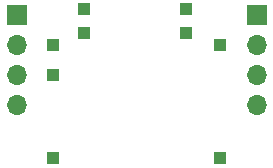
<source format=gbs>
%TF.GenerationSoftware,KiCad,Pcbnew,8.0.3*%
%TF.CreationDate,2024-09-03T06:20:47+12:00*%
%TF.ProjectId,to-252-2,746f2d32-3532-42d3-922e-6b696361645f,rev?*%
%TF.SameCoordinates,Original*%
%TF.FileFunction,Soldermask,Bot*%
%TF.FilePolarity,Negative*%
%FSLAX46Y46*%
G04 Gerber Fmt 4.6, Leading zero omitted, Abs format (unit mm)*
G04 Created by KiCad (PCBNEW 8.0.3) date 2024-09-03 06:20:47*
%MOMM*%
%LPD*%
G01*
G04 APERTURE LIST*
%ADD10R,1.000000X1.000000*%
%ADD11R,1.700000X1.700000*%
%ADD12O,1.700000X1.700000*%
G04 APERTURE END LIST*
D10*
%TO.C,TP105*%
X-29900000Y-11900000D03*
%TD*%
%TO.C,TP102*%
X-27300000Y-10900000D03*
%TD*%
%TO.C,TP103*%
X-18700000Y-10900000D03*
%TD*%
%TO.C,TP104*%
X-18700000Y-8900000D03*
%TD*%
%TO.C,TP110*%
X-15800000Y-11900000D03*
%TD*%
%TO.C,TP111*%
X-29900000Y-21500000D03*
%TD*%
%TO.C,TP109*%
X-29900000Y-14450000D03*
%TD*%
%TO.C,TP112*%
X-15800000Y-21500000D03*
%TD*%
%TO.C,TP101*%
X-27300000Y-8900000D03*
%TD*%
D11*
%TO.C,J102*%
X-12700000Y-9360000D03*
D12*
X-12700000Y-11900000D03*
X-12700000Y-14440000D03*
X-12700000Y-16980000D03*
%TD*%
D11*
%TO.C,J101*%
X-33020000Y-9360000D03*
D12*
X-33020000Y-11900000D03*
X-33020000Y-14440000D03*
X-33020000Y-16980000D03*
%TD*%
M02*

</source>
